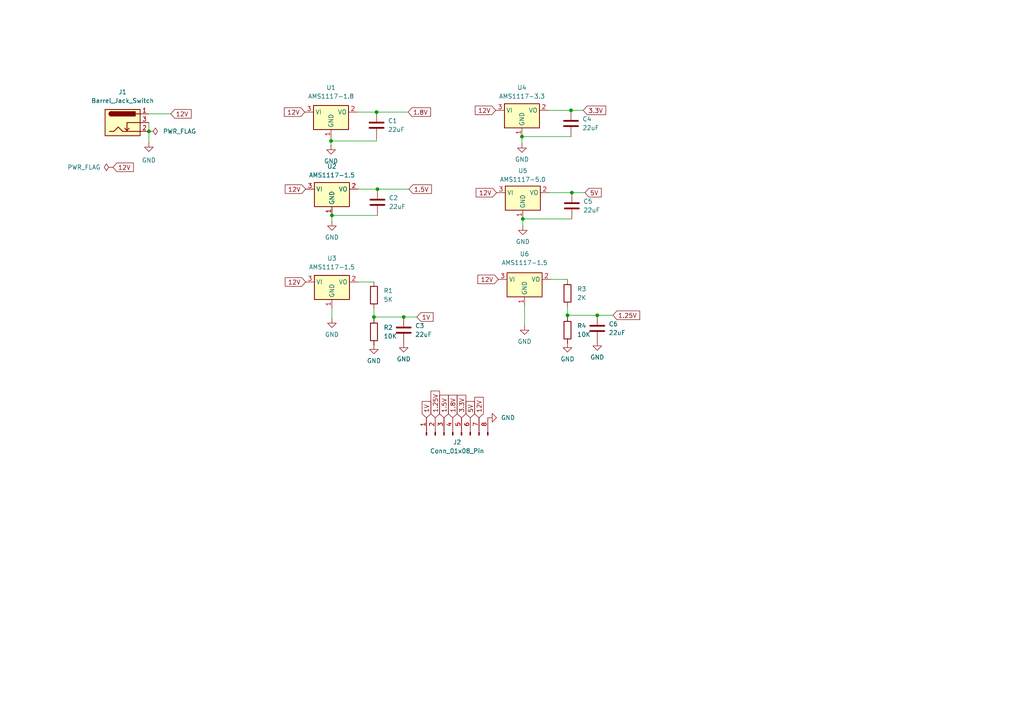
<source format=kicad_sch>
(kicad_sch (version 20250114) (generator "eeschema") (generator_version "9.0")
  (paper "A4")
  (lib_symbols
    (symbol "Connector:Barrel_Jack_Switch" (pin_names (hide yes))
      (property "Reference" "J" (at 0 5.334 0))
      (property "Value" "Barrel_Jack_Switch" (at 0 -5.08 0))
      (symbol "Barrel_Jack_Switch_0_1"
        (rectangle (start -5.08 3.81) (end 5.08 -3.81) (stroke (width 0.254)) (fill (type background)))
        (polyline (pts (xy -3.81 -2.54) (xy -2.54 -2.54) (xy -1.27 -1.27) (xy 0 -2.54) (xy 2.54 -2.54) (xy 5.08 -2.54)) (stroke (width 0.254)))
        (arc (start -3.302 1.905) (mid -3.9343 2.54) (end -3.302 3.175) (stroke (width 0.254)))
        (arc (start -3.302 1.905) (mid -3.9343 2.54) (end -3.302 3.175) (stroke (width 0.254)) (fill (type outline)))
        (polyline (pts (xy 1.27 -2.286) (xy 1.905 -1.651)) (stroke (width 0.254)))
        (rectangle (start 3.683 3.175) (end -3.302 1.905) (stroke (width 0.254)) (fill (type outline)))
        (polyline (pts (xy 5.08 2.54) (xy 3.81 2.54)) (stroke (width 0.254)))
        (polyline (pts (xy 5.08 0) (xy 1.27 0) (xy 1.27 -2.286) (xy 0.635 -1.651)) (stroke (width 0.254)))
      )
      (symbol "Barrel_Jack_Switch_1_1"
        (pin passive line (at 7.62 2.54 180) (length 2.54) (name "~") (number "1"))
        (pin passive line (at 7.62 0 180) (length 2.54) (name "~") (number "3"))
        (pin passive line (at 7.62 -2.54 180) (length 2.54) (name "~") (number "2"))
      )
    )
    (symbol "Connector:Conn_01x08_Pin" (pin_names (offset 1.016) (hide yes))
      (property "Reference" "J" (at 0 10.16 0))
      (property "Value" "Conn_01x08_Pin" (at 0 -12.7 0))
      (symbol "Conn_01x08_Pin_1_1"
        (rectangle (start 0.8636 7.747) (end 0 7.493) (stroke (width 0.1524)) (fill (type outline)))
        (rectangle (start 0.8636 5.207) (end 0 4.953) (stroke (width 0.1524)) (fill (type outline)))
        (rectangle (start 0.8636 2.667) (end 0 2.413) (stroke (width 0.1524)) (fill (type outline)))
        (rectangle (start 0.8636 0.127) (end 0 -0.127) (stroke (width 0.1524)) (fill (type outline)))
        (rectangle (start 0.8636 -2.413) (end 0 -2.667) (stroke (width 0.1524)) (fill (type outline)))
        (rectangle (start 0.8636 -4.953) (end 0 -5.207) (stroke (width 0.1524)) (fill (type outline)))
        (rectangle (start 0.8636 -7.493) (end 0 -7.747) (stroke (width 0.1524)) (fill (type outline)))
        (rectangle (start 0.8636 -10.033) (end 0 -10.287) (stroke (width 0.1524)) (fill (type outline)))
        (polyline (pts (xy 1.27 7.62) (xy 0.8636 7.62)) (stroke (width 0.1524)))
        (polyline (pts (xy 1.27 5.08) (xy 0.8636 5.08)) (stroke (width 0.1524)))
        (polyline (pts (xy 1.27 2.54) (xy 0.8636 2.54)) (stroke (width 0.1524)))
        (polyline (pts (xy 1.27 0) (xy 0.8636 0)) (stroke (width 0.1524)))
        (polyline (pts (xy 1.27 -2.54) (xy 0.8636 -2.54)) (stroke (width 0.1524)))
        (polyline (pts (xy 1.27 -5.08) (xy 0.8636 -5.08)) (stroke (width 0.1524)))
        (polyline (pts (xy 1.27 -7.62) (xy 0.8636 -7.62)) (stroke (width 0.1524)))
        (polyline (pts (xy 1.27 -10.16) (xy 0.8636 -10.16)) (stroke (width 0.1524)))
        (pin passive line (at 5.08 7.62 180) (length 3.81) (name "Pin_1") (number "1"))
        (pin passive line (at 5.08 5.08 180) (length 3.81) (name "Pin_2") (number "2"))
        (pin passive line (at 5.08 2.54 180) (length 3.81) (name "Pin_3") (number "3"))
        (pin passive line (at 5.08 0 180) (length 3.81) (name "Pin_4") (number "4"))
        (pin passive line (at 5.08 -2.54 180) (length 3.81) (name "Pin_5") (number "5"))
        (pin passive line (at 5.08 -5.08 180) (length 3.81) (name "Pin_6") (number "6"))
        (pin passive line (at 5.08 -7.62 180) (length 3.81) (name "Pin_7") (number "7"))
        (pin passive line (at 5.08 -10.16 180) (length 3.81) (name "Pin_8") (number "8"))
      )
    )
    (symbol "Device:C" (pin_numbers (hide yes)) (pin_names (offset 0.254))
      (property "Reference" "C" (at 0.635 2.54 0))
      (property "Value" "C" (at 0.635 -2.54 0))
      (symbol "C_0_1"
        (polyline (pts (xy -2.032 0.762) (xy 2.032 0.762)) (stroke (width 0.508)))
        (polyline (pts (xy -2.032 -0.762) (xy 2.032 -0.762)) (stroke (width 0.508)))
      )
      (symbol "C_1_1"
        (pin passive line (at 0 3.81 270) (length 2.794) (name "~") (number "1"))
        (pin passive line (at 0 -3.81 90) (length 2.794) (name "~") (number "2"))
      )
    )
    (symbol "Device:R" (pin_numbers (hide yes)) (pin_names (offset 0))
      (property "Reference" "R" (at 2.032 0 90))
      (property "Value" "R" (at 0 0 90))
      (symbol "R_0_1"
        (rectangle (start -1.016 -2.54) (end 1.016 2.54) (stroke (width 0.254)))
      )
      (symbol "R_1_1"
        (pin passive line (at 0 3.81 270) (length 1.27) (name "~") (number "1"))
        (pin passive line (at 0 -3.81 90) (length 1.27) (name "~") (number "2"))
      )
    )
    (symbol "Regulator_Linear:AMS1117-1.5"
      (property "Reference" "U" (at -3.81 3.175 0))
      (property "Value" "AMS1117-1.5" (at 0 3.175 0))
      (symbol "AMS1117-1.5_0_1"
        (rectangle (start -5.08 -5.08) (end 5.08 1.905) (stroke (width 0.254)) (fill (type background)))
      )
      (symbol "AMS1117-1.5_1_1"
        (pin power_in line (at -7.62 0 0) (length 2.54) (name "VI") (number "3"))
        (pin power_in line (at 0 -7.62 90) (length 2.54) (name "GND") (number "1"))
        (pin power_out line (at 7.62 0 180) (length 2.54) (name "VO") (number "2"))
      )
    )
    (symbol "Regulator_Linear:AMS1117-1.8"
      (property "Reference" "U" (at -3.81 3.175 0))
      (property "Value" "AMS1117-1.8" (at 0 3.175 0))
      (symbol "AMS1117-1.8_0_1"
        (rectangle (start -5.08 -5.08) (end 5.08 1.905) (stroke (width 0.254)) (fill (type background)))
      )
      (symbol "AMS1117-1.8_1_1"
        (pin power_in line (at -7.62 0 0) (length 2.54) (name "VI") (number "3"))
        (pin power_in line (at 0 -7.62 90) (length 2.54) (name "GND") (number "1"))
        (pin power_out line (at 7.62 0 180) (length 2.54) (name "VO") (number "2"))
      )
    )
    (symbol "Regulator_Linear:AMS1117-3.3"
      (property "Reference" "U" (at -3.81 3.175 0))
      (property "Value" "AMS1117-3.3" (at 0 3.175 0))
      (symbol "AMS1117-3.3_0_1"
        (rectangle (start -5.08 -5.08) (end 5.08 1.905) (stroke (width 0.254)) (fill (type background)))
      )
      (symbol "AMS1117-3.3_1_1"
        (pin power_in line (at -7.62 0 0) (length 2.54) (name "VI") (number "3"))
        (pin power_in line (at 0 -7.62 90) (length 2.54) (name "GND") (number "1"))
        (pin power_out line (at 7.62 0 180) (length 2.54) (name "VO") (number "2"))
      )
    )
    (symbol "Regulator_Linear:AMS1117-5.0"
      (property "Reference" "U" (at -3.81 3.175 0))
      (property "Value" "AMS1117-5.0" (at 0 3.175 0))
      (symbol "AMS1117-5.0_0_1"
        (rectangle (start -5.08 -5.08) (end 5.08 1.905) (stroke (width 0.254)) (fill (type background)))
      )
      (symbol "AMS1117-5.0_1_1"
        (pin power_in line (at -7.62 0 0) (length 2.54) (name "VI") (number "3"))
        (pin power_in line (at 0 -7.62 90) (length 2.54) (name "GND") (number "1"))
        (pin power_out line (at 7.62 0 180) (length 2.54) (name "VO") (number "2"))
      )
    )
    (symbol "power:GND" (power) (pin_numbers (hide yes)) (pin_names (offset 0) (hide yes))
      (property "Value" "GND" (at 0 -3.81 0))
      (symbol "GND_0_1"
        (polyline (pts (xy 0 0) (xy 0 -1.27) (xy 1.27 -1.27) (xy 0 -2.54) (xy -1.27 -1.27) (xy 0 -1.27)))
      )
      (symbol "GND_1_1"
        (pin power_in line (at 0 0 270) (length 0) (name "~") (number "1"))
      )
    )
    (symbol "power:PWR_FLAG" (power) (pin_numbers (hide yes)) (pin_names (offset 0) (hide yes))
      (property "Value" "PWR_FLAG" (at 0 3.81 0))
      (symbol "PWR_FLAG_0_0"
        (pin power_out line (at 0 0 90) (length 0) (name "~") (number "1"))
      )
      (symbol "PWR_FLAG_0_1"
        (polyline (pts (xy 0 0) (xy 0 1.27) (xy -1.016 1.905) (xy 0 2.54) (xy 1.016 1.905) (xy 0 1.27)))
      )
    )
  )
  (junction (at 151.638 63.5))
  (junction (at 109.474 54.864))
  (junction (at 117.094 91.948))
  (junction (at 164.592 91.44))
  (junction (at 151.384 39.624))
  (junction (at 165.862 55.88))
  (junction (at 96.266 62.484))
  (junction (at 108.458 91.948))
  (junction (at 43.18 38.1))
  (junction (at 165.608 32.004))
  (junction (at 96.012 40.894))
  (junction (at 173.228 91.44))
  (junction (at 109.22 32.512))
  (wire (pts (xy 96.266 62.484) (xy 109.474 62.484)))
  (wire (pts (xy 43.18 41.402) (xy 43.18 38.1)))
  (wire (pts (xy 103.886 81.788) (xy 108.458 81.788)))
  (wire (pts (xy 159.766 81.026) (xy 164.592 81.026)))
  (wire (pts (xy 120.904 91.948) (xy 117.094 91.948)))
  (wire (pts (xy 49.53 33.02) (xy 43.18 33.02)))
  (wire (pts (xy 169.672 55.88) (xy 165.862 55.88)))
  (wire (pts (xy 164.592 81.026) (xy 164.592 81.28)))
  (wire (pts (xy 108.458 91.948) (xy 108.458 92.456)))
  (wire (pts (xy 43.18 35.56) (xy 43.18 38.1)))
  (wire (pts (xy 96.012 42.164) (xy 96.012 40.894)))
  (wire (pts (xy 108.458 91.948) (xy 117.094 91.948)))
  (wire (pts (xy 103.632 32.512) (xy 109.22 32.512)))
  (wire (pts (xy 96.266 92.456) (xy 96.266 89.408)))
  (wire (pts (xy 151.638 65.532) (xy 151.638 63.5)))
  (wire (pts (xy 103.886 54.864) (xy 109.474 54.864)))
  (wire (pts (xy 151.384 41.656) (xy 151.384 39.624)))
  (wire (pts (xy 151.638 63.5) (xy 165.862 63.5)))
  (wire (pts (xy 96.012 40.894) (xy 109.22 40.894)))
  (wire (pts (xy 152.146 94.488) (xy 152.146 88.646)))
  (wire (pts (xy 159.004 32.004) (xy 165.608 32.004)))
  (wire (pts (xy 164.592 91.44) (xy 173.228 91.44)))
  (wire (pts (xy 96.012 40.894) (xy 96.012 40.132)))
  (wire (pts (xy 169.164 32.004) (xy 165.608 32.004)))
  (wire (pts (xy 108.458 89.408) (xy 108.458 91.948)))
  (wire (pts (xy 109.22 40.132) (xy 109.22 40.894)))
  (wire (pts (xy 151.384 39.624) (xy 165.608 39.624)))
  (wire (pts (xy 164.592 88.9) (xy 164.592 91.44)))
  (wire (pts (xy 159.258 55.88) (xy 165.862 55.88)))
  (wire (pts (xy 96.266 64.262) (xy 96.266 62.484)))
  (wire (pts (xy 164.592 91.44) (xy 164.592 91.948)))
  (wire (pts (xy 109.22 32.512) (xy 118.364 32.512)))
  (wire (pts (xy 109.474 54.864) (xy 118.618 54.864)))
  (wire (pts (xy 177.8 91.44) (xy 173.228 91.44)))
  (global_label "12V" (shape input) (at 49.53 33.02 0) (property "Intersheetrefs" "${INTERSHEET_REFS}" (effects (hide yes))))
  (global_label "12V" (shape input) (at 143.764 32.004 180) (property "Intersheetrefs" "${INTERSHEET_REFS}" (effects (hide yes))))
  (global_label "1V" (shape input) (at 123.698 121.158 90) (property "Intersheetrefs" "${INTERSHEET_REFS}" (effects (hide yes))))
  (global_label "12V" (shape input) (at 32.766 48.514 0) (property "Intersheetrefs" "${INTERSHEET_REFS}" (effects (hide yes))))
  (global_label "1.25V" (shape input) (at 126.238 121.158 90) (property "Intersheetrefs" "${INTERSHEET_REFS}" (effects (hide yes))))
  (global_label "3.3V" (shape input) (at 133.858 121.158 90) (property "Intersheetrefs" "${INTERSHEET_REFS}" (effects (hide yes))))
  (global_label "12V" (shape input) (at 88.646 54.864 180) (property "Intersheetrefs" "${INTERSHEET_REFS}" (effects (hide yes))))
  (global_label "5V" (shape input) (at 169.672 55.88 0) (property "Intersheetrefs" "${INTERSHEET_REFS}" (effects (hide yes))))
  (global_label "12V" (shape input) (at 88.646 81.788 180) (property "Intersheetrefs" "${INTERSHEET_REFS}" (effects (hide yes))))
  (global_label "12V" (shape input) (at 144.526 81.026 180) (property "Intersheetrefs" "${INTERSHEET_REFS}" (effects (hide yes))))
  (global_label "1.25V" (shape input) (at 177.8 91.44 0) (property "Intersheetrefs" "${INTERSHEET_REFS}" (effects (hide yes))))
  (global_label "12V" (shape input) (at 144.018 55.88 180) (property "Intersheetrefs" "${INTERSHEET_REFS}" (effects (hide yes))))
  (global_label "12V" (shape input) (at 88.392 32.512 180) (property "Intersheetrefs" "${INTERSHEET_REFS}" (effects (hide yes))))
  (global_label "1.5V" (shape input) (at 128.778 121.158 90) (property "Intersheetrefs" "${INTERSHEET_REFS}" (effects (hide yes))))
  (global_label "1.8V" (shape input) (at 118.364 32.512 0) (property "Intersheetrefs" "${INTERSHEET_REFS}" (effects (hide yes))))
  (global_label "1.5V" (shape input) (at 118.618 54.864 0) (property "Intersheetrefs" "${INTERSHEET_REFS}" (effects (hide yes))))
  (global_label "3.3V" (shape input) (at 169.164 32.004 0) (property "Intersheetrefs" "${INTERSHEET_REFS}" (effects (hide yes))))
  (global_label "1V" (shape input) (at 120.904 91.948 0) (property "Intersheetrefs" "${INTERSHEET_REFS}" (effects (hide yes))))
  (global_label "5V" (shape input) (at 136.398 121.158 90) (property "Intersheetrefs" "${INTERSHEET_REFS}" (effects (hide yes))))
  (global_label "12V" (shape input) (at 138.938 121.158 90) (property "Intersheetrefs" "${INTERSHEET_REFS}" (effects (hide yes))))
  (global_label "1.8V" (shape input) (at 131.318 121.158 90) (property "Intersheetrefs" "${INTERSHEET_REFS}" (effects (hide yes))))
  (symbol (lib_id "Device:C") (at 173.228 95.25 0) (unit 1)
    (property "Reference" "C6" (at 176.53 93.9799 0) (effects (justify left)))
    (property "Value" "22uF" (at 176.53 96.5199 0) (effects (justify left)))
    (property "Footprint" "Capacitor_SMD:C_0805_2012Metric" (effects (hide yes)))
    (property "Description" "Unpolarized capacitor" (effects (hide yes)))
  )
  (symbol (lib_id "power:PWR_FLAG") (at 32.766 48.514 90) (unit 1)
    (property "Reference" "#FLG01" (effects (hide yes)))
    (property "Value" "PWR_FLAG" (at 29.21 48.5139 90) (effects (justify left)))
    (property "Description" "Special symbol for telling ERC where power comes from" (effects (hide yes)))
  )
  (symbol (lib_id "power:GND") (at 96.266 92.456 0) (unit 1)
    (property "Reference" "#PWR04" (effects (hide yes)))
    (property "Value" "GND" (at 96.266 97.028 0))
    (property "Description" "Power symbol creates a global label with name \"GND\" , ground" (effects (hide yes)))
  )
  (symbol (lib_id "power:GND") (at 96.266 64.262 0) (unit 1)
    (property "Reference" "#PWR03" (effects (hide yes)))
    (property "Value" "GND" (at 96.266 68.834 0))
    (property "Description" "Power symbol creates a global label with name \"GND\" , ground" (effects (hide yes)))
  )
  (symbol (lib_id "power:GND") (at 173.228 99.06 0) (unit 1)
    (property "Reference" "#PWR011" (effects (hide yes)))
    (property "Value" "GND" (at 173.228 103.632 0))
    (property "Description" "Power symbol creates a global label with name \"GND\" , ground" (effects (hide yes)))
  )
  (symbol (lib_id "Device:R") (at 108.458 85.598 0) (unit 1)
    (property "Reference" "R1" (at 111.252 84.3279 0) (effects (justify left)))
    (property "Value" "5K" (at 111.252 86.8679 0) (effects (justify left)))
    (property "Footprint" "Resistor_SMD:R_1206_3216Metric" (effects (hide yes)))
    (property "Description" "Resistor" (effects (hide yes)))
  )
  (symbol (lib_id "Regulator_Linear:AMS1117-1.5") (at 96.266 81.788 0) (unit 1)
    (property "Reference" "U3" (at 96.266 74.93 0))
    (property "Value" "AMS1117-1.5" (at 96.266 77.47 0))
    (property "Footprint" "Package_TO_SOT_SMD:SOT-223-3_TabPin2" (effects (hide yes)))
    (property "Datasheet" "http://www.advanced-monolithic.com/pdf/ds1117.pdf" (effects (hide yes)))
    (property "Description" "1A Low Dropout regulator, positive, 1.5V fixed output, SOT-223" (effects (hide yes)))
  )
  (symbol (lib_id "Device:C") (at 109.22 36.322 0) (unit 1)
    (property "Reference" "C1" (at 112.522 35.0519 0) (effects (justify left)))
    (property "Value" "22uF" (at 112.522 37.5919 0) (effects (justify left)))
    (property "Footprint" "Capacitor_SMD:C_0805_2012Metric" (effects (hide yes)))
    (property "Description" "Unpolarized capacitor" (effects (hide yes)))
  )
  (symbol (lib_id "power:PWR_FLAG") (at 43.18 38.1 270) (unit 1)
    (property "Reference" "#FLG02" (effects (hide yes)))
    (property "Value" "PWR_FLAG" (at 47.244 38.0999 90) (effects (justify left)))
    (property "Description" "Special symbol for telling ERC where power comes from" (effects (hide yes)))
  )
  (symbol (lib_id "power:GND") (at 152.146 94.488 0) (unit 1)
    (property "Reference" "#PWR05" (effects (hide yes)))
    (property "Value" "GND" (at 152.146 99.06 0))
    (property "Description" "Power symbol creates a global label with name \"GND\" , ground" (effects (hide yes)))
  )
  (symbol (lib_id "power:GND") (at 141.478 121.158 90) (unit 1)
    (property "Reference" "#PWR012" (effects (hide yes)))
    (property "Value" "GND" (at 145.288 121.1579 90) (effects (justify right)))
    (property "Description" "Power symbol creates a global label with name \"GND\" , ground" (effects (hide yes)))
  )
  (symbol (lib_id "power:GND") (at 151.384 41.656 0) (unit 1)
    (property "Reference" "#PWR07" (effects (hide yes)))
    (property "Value" "GND" (at 151.384 46.228 0))
    (property "Description" "Power symbol creates a global label with name \"GND\" , ground" (effects (hide yes)))
  )
  (symbol (lib_id "power:GND") (at 96.012 42.164 0) (unit 1)
    (property "Reference" "#PWR01" (effects (hide yes)))
    (property "Value" "GND" (at 96.012 46.736 0))
    (property "Description" "Power symbol creates a global label with name \"GND\" , ground" (effects (hide yes)))
  )
  (symbol (lib_id "Regulator_Linear:AMS1117-3.3") (at 151.384 32.004 0) (unit 1)
    (property "Reference" "U4" (at 151.384 25.4 0))
    (property "Value" "AMS1117-3.3" (at 151.384 27.94 0))
    (property "Footprint" "Package_TO_SOT_SMD:SOT-223-3_TabPin2" (effects (hide yes)))
    (property "Datasheet" "http://www.advanced-monolithic.com/pdf/ds1117.pdf" (effects (hide yes)))
    (property "Description" "1A Low Dropout regulator, positive, 3.3V fixed output, SOT-223" (effects (hide yes)))
  )
  (symbol (lib_id "Device:C") (at 109.474 58.674 0) (unit 1)
    (property "Reference" "C2" (at 112.776 57.4039 0) (effects (justify left)))
    (property "Value" "22uF" (at 112.776 59.9439 0) (effects (justify left)))
    (property "Footprint" "Capacitor_SMD:C_0805_2012Metric" (effects (hide yes)))
    (property "Description" "Unpolarized capacitor" (effects (hide yes)))
  )
  (symbol (lib_id "Regulator_Linear:AMS1117-1.5") (at 96.266 54.864 0) (unit 1)
    (property "Reference" "U2" (at 96.266 48.26 0))
    (property "Value" "AMS1117-1.5" (at 96.266 50.8 0))
    (property "Footprint" "Package_TO_SOT_SMD:SOT-223-3_TabPin2" (effects (hide yes)))
    (property "Datasheet" "http://www.advanced-monolithic.com/pdf/ds1117.pdf" (effects (hide yes)))
    (property "Description" "1A Low Dropout regulator, positive, 1.5V fixed output, SOT-223" (effects (hide yes)))
  )
  (symbol (lib_id "Device:C") (at 165.608 35.814 0) (unit 1)
    (property "Reference" "C4" (at 168.91 34.5439 0) (effects (justify left)))
    (property "Value" "22uF" (at 168.91 37.0839 0) (effects (justify left)))
    (property "Footprint" "Capacitor_SMD:C_0805_2012Metric" (effects (hide yes)))
    (property "Description" "Unpolarized capacitor" (effects (hide yes)))
  )
  (symbol (lib_id "power:GND") (at 43.18 41.402 0) (unit 1)
    (property "Reference" "#PWR02" (effects (hide yes)))
    (property "Value" "GND" (at 43.18 46.482 0))
    (property "Description" "Power symbol creates a global label with name \"GND\" , ground" (effects (hide yes)))
  )
  (symbol (lib_id "Regulator_Linear:AMS1117-1.5") (at 152.146 81.026 0) (unit 1)
    (property "Reference" "U6" (at 152.146 73.66 0))
    (property "Value" "AMS1117-1.5" (at 152.146 76.2 0))
    (property "Footprint" "Package_TO_SOT_SMD:SOT-223-3_TabPin2" (effects (hide yes)))
    (property "Datasheet" "http://www.advanced-monolithic.com/pdf/ds1117.pdf" (effects (hide yes)))
    (property "Description" "1A Low Dropout regulator, positive, 1.5V fixed output, SOT-223" (effects (hide yes)))
  )
  (symbol (lib_id "Connector:Conn_01x08_Pin") (at 131.318 126.238 90) (unit 1)
    (property "Reference" "J2" (at 132.588 128.27 90))
    (property "Value" "Conn_01x08_Pin" (at 132.588 130.81 90))
    (property "Footprint" "Connector_PinHeader_2.54mm:PinHeader_1x08_P2.54mm_Vertical" (effects (hide yes)))
    (property "Description" "Generic connector, single row, 01x08, script generated" (effects (hide yes)))
  )
  (symbol (lib_id "Device:R") (at 164.592 95.758 0) (unit 1)
    (property "Reference" "R4" (at 167.386 94.4879 0) (effects (justify left)))
    (property "Value" "10K" (at 167.386 97.0279 0) (effects (justify left)))
    (property "Footprint" "Resistor_SMD:R_1206_3216Metric" (effects (hide yes)))
    (property "Description" "Resistor" (effects (hide yes)))
  )
  (symbol (lib_id "Regulator_Linear:AMS1117-1.8") (at 96.012 32.512 0) (unit 1)
    (property "Reference" "U1" (at 96.012 25.4 0))
    (property "Value" "AMS1117-1.8" (at 96.012 27.94 0))
    (property "Footprint" "Package_TO_SOT_SMD:SOT-223-3_TabPin2" (effects (hide yes)))
    (property "Datasheet" "http://www.advanced-monolithic.com/pdf/ds1117.pdf" (effects (hide yes)))
    (property "Description" "1A Low Dropout regulator, positive, 1.8V fixed output, SOT-223" (effects (hide yes)))
  )
  (symbol (lib_id "Connector:Barrel_Jack_Switch") (at 35.56 35.56 0) (unit 1)
    (property "Reference" "J1" (at 35.56 26.67 0))
    (property "Value" "Barrel_Jack_Switch" (at 35.56 29.21 0))
    (property "Footprint" "Connector_BarrelJack:BarrelJack_CUI_PJ-063AH_Horizontal" (effects (hide yes)))
    (property "Description" "DC Barrel Jack with an internal switch" (effects (hide yes)))
  )
  (symbol (lib_id "Device:R") (at 164.592 85.09 0) (unit 1)
    (property "Reference" "R3" (at 167.386 83.8199 0) (effects (justify left)))
    (property "Value" "2K" (at 167.386 86.3599 0) (effects (justify left)))
    (property "Footprint" "Resistor_SMD:R_1206_3216Metric" (effects (hide yes)))
    (property "Description" "Resistor" (effects (hide yes)))
  )
  (symbol (lib_id "Device:C") (at 165.862 59.69 0) (unit 1)
    (property "Reference" "C5" (at 169.164 58.4199 0) (effects (justify left)))
    (property "Value" "22uF" (at 169.164 60.9599 0) (effects (justify left)))
    (property "Footprint" "Capacitor_SMD:C_0805_2012Metric" (effects (hide yes)))
    (property "Description" "Unpolarized capacitor" (effects (hide yes)))
  )
  (symbol (lib_id "Regulator_Linear:AMS1117-5.0") (at 151.638 55.88 0) (unit 1)
    (property "Reference" "U5" (at 151.638 49.53 0))
    (property "Value" "AMS1117-5.0" (at 151.638 52.07 0))
    (property "Footprint" "Package_TO_SOT_SMD:SOT-223-3_TabPin2" (effects (hide yes)))
    (property "Datasheet" "http://www.advanced-monolithic.com/pdf/ds1117.pdf" (effects (hide yes)))
    (property "Description" "1A Low Dropout regulator, positive, 5.0V fixed output, SOT-223" (effects (hide yes)))
  )
  (symbol (lib_id "power:GND") (at 164.592 99.568 0) (unit 1)
    (property "Reference" "#PWR010" (effects (hide yes)))
    (property "Value" "GND" (at 164.592 104.14 0))
    (property "Description" "Power symbol creates a global label with name \"GND\" , ground" (effects (hide yes)))
  )
  (symbol (lib_id "power:GND") (at 108.458 100.076 0) (unit 1)
    (property "Reference" "#PWR08" (effects (hide yes)))
    (property "Value" "GND" (at 108.458 104.648 0))
    (property "Description" "Power symbol creates a global label with name \"GND\" , ground" (effects (hide yes)))
  )
  (symbol (lib_id "power:GND") (at 117.094 99.568 0) (unit 1)
    (property "Reference" "#PWR09" (effects (hide yes)))
    (property "Value" "GND" (at 117.094 104.14 0))
    (property "Description" "Power symbol creates a global label with name \"GND\" , ground" (effects (hide yes)))
  )
  (symbol (lib_id "Device:R") (at 108.458 96.266 0) (unit 1)
    (property "Reference" "R2" (at 111.252 94.9959 0) (effects (justify left)))
    (property "Value" "10K" (at 111.252 97.5359 0) (effects (justify left)))
    (property "Footprint" "Resistor_SMD:R_1206_3216Metric" (effects (hide yes)))
    (property "Description" "Resistor" (effects (hide yes)))
  )
  (symbol (lib_id "Device:C") (at 117.094 95.758 0) (unit 1)
    (property "Reference" "C3" (at 120.396 94.4879 0) (effects (justify left)))
    (property "Value" "22uF" (at 120.396 97.0279 0) (effects (justify left)))
    (property "Footprint" "Capacitor_SMD:C_0805_2012Metric" (effects (hide yes)))
    (property "Description" "Unpolarized capacitor" (effects (hide yes)))
  )
  (symbol (lib_id "power:GND") (at 151.638 65.532 0) (unit 1)
    (property "Reference" "#PWR06" (effects (hide yes)))
    (property "Value" "GND" (at 151.638 70.104 0))
    (property "Description" "Power symbol creates a global label with name \"GND\" , ground" (effects (hide yes)))
  )
)
</source>
